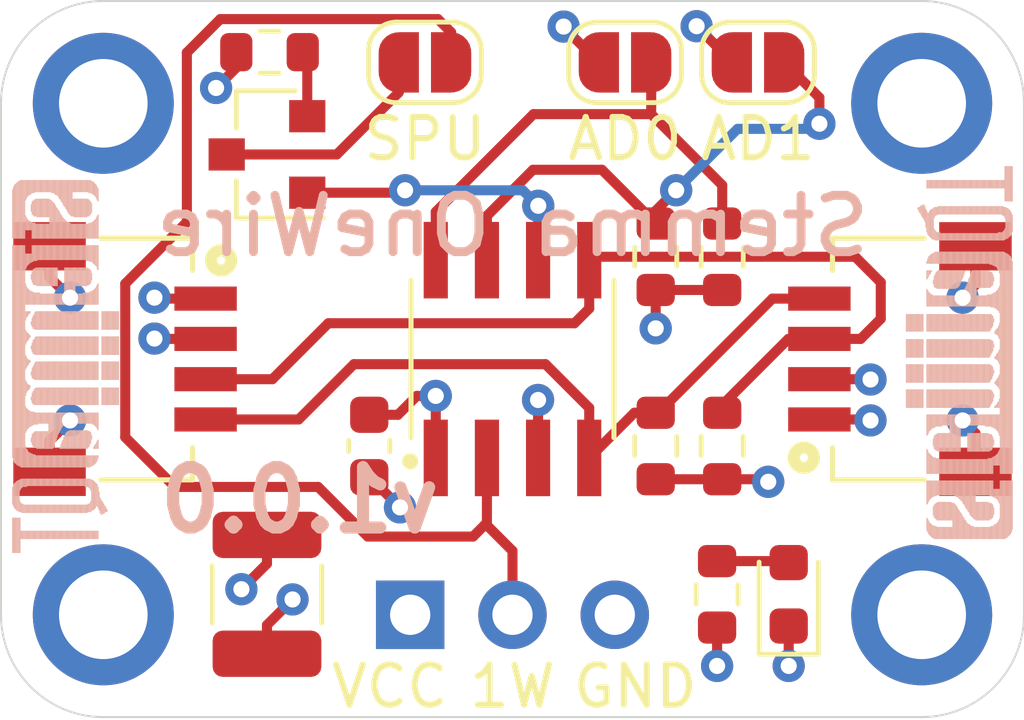
<source format=kicad_pcb>
(kicad_pcb (version 20171130) (host pcbnew 5.1.7-a382d34a8~88~ubuntu18.04.1)
  (layers (0 F.Cu signal) (1 In1.Cu signal hide) (2 In2.Cu signal hide) (31 B.Cu signal) (34 B.Paste user) (35 F.Paste user) (36 B.SilkS user) (37 F.SilkS user) (38 B.Mask user) (39 F.Mask user) (44 Edge.Cuts user))
  (net 0 "")
  (net 1 GND)
  (net 2 VCC)
  (net 3 "Net-(D1-Pad2)")
  (net 4 /SCL)
  (net 5 /SDA)
  (net 6 /1WIRE)
  (net 7 "Net-(JP1-Pad2)")
  (net 8 "Net-(JP2-Pad2)")
  (net 9 "Net-(JP3-Pad1)")
  (net 10 "Net-(Q1-Pad2)")
  (net 11 /PCTLZ)
  (module DS2482S-100:SOIC127P600X175-8N (layer F.Cu) (at 48.895 63.627 90)
    (fp_text reference U1)
    (fp_text value DS2482S-100+)
    (pad 8 smd rect (at 2.455 -1.905 90) (size 1.9 0.6) (layers F.Cu F.Paste F.Mask) (net 7 "Net-(JP1-Pad2)"))
    (pad 7 smd rect (at 2.455 -0.635 90) (size 1.9 0.6) (layers F.Cu F.Paste F.Mask) (net 8 "Net-(JP2-Pad2)"))
    (pad 6 smd rect (at 2.455 0.635 90) (size 1.9 0.6) (layers F.Cu F.Paste F.Mask) (net 11 /PCTLZ))
    (pad 5 smd rect (at 2.455 1.905 90) (size 1.9 0.6) (layers F.Cu F.Paste F.Mask) (net 5 /SDA))
    (pad 4 smd rect (at -2.455 1.905 90) (size 1.9 0.6) (layers F.Cu F.Paste F.Mask) (net 4 /SCL))
    (pad 3 smd rect (at -2.455 0.635 90) (size 1.9 0.6) (layers F.Cu F.Paste F.Mask) (net 1 GND))
    (pad 2 smd rect (at -2.455 -0.635 90) (size 1.9 0.6) (layers F.Cu F.Paste F.Mask) (net 6 /1WIRE))
    (pad 1 smd rect (at -2.455 -1.905 90) (size 1.9 0.6) (layers F.Cu F.Paste F.Mask) (net 2 VCC))
  )
  (module stemmaqt_shift:STEMMAQT (layer B.Cu) (at 58.674 68.0847 90)
    (fp_text reference U$30 hide)
    (fp_text value "" hide)
  )
  (module stemmaqt_shift:STEMMAQT (layer B.Cu) (at 39.116 59.1947 270)
    (fp_text reference U$31 hide)
    (fp_text value "" hide)
  )
  (module Connector_PinHeader_2.54mm:PinHeader_1x03_P2.54mm_Vertical (layer F.Cu) (at 46.355 69.977 90)
    (fp_text reference J3)
    (fp_text value Conn_01x03_Male)
    (pad 3 thru_hole oval (at 0 5.08 90) (size 1.7 1.7) (drill 1) (layers *.Cu *.Mask) (net 1 GND))
    (pad 2 thru_hole oval (at 0 2.54 90) (size 1.7 1.7) (drill 1) (layers *.Cu *.Mask) (net 6 /1WIRE))
    (pad 1 thru_hole rect (at 0 0 90) (size 1.7 1.7) (drill 1) (layers *.Cu *.Mask) (net 2 VCC))
  )
  (module "SM04B-SRSS-TB(LF)(SN):JST_SM04B-SRSS-TB(LF)(SN)" (layer F.Cu) (at 41.275 63.627 270)
    (fp_text reference J2)
    (fp_text value "SM04B-SRSS-TB(LF)(SN)")
    (pad 4 smd rect (at 1.5 0 270) (size 0.6 1.55) (layers F.Cu F.Paste F.Mask) (net 4 /SCL))
    (pad 3 smd rect (at 0.5 0 270) (size 0.6 1.55) (layers F.Cu F.Paste F.Mask) (net 5 /SDA))
    (pad 2 smd rect (at -0.5 0 270) (size 0.6 1.55) (layers F.Cu F.Paste F.Mask) (net 2 VCC))
    (pad 1 smd rect (at -1.5 0 270) (size 0.6 1.55) (layers F.Cu F.Paste F.Mask) (net 1 GND))
    (pad S1 smd rect (at -2.8 3.875 270) (size 1.2 1.8) (layers F.Cu F.Paste F.Mask) (net 1 GND))
    (pad S2 smd rect (at 2.8 3.875 270) (size 1.2 1.8) (layers F.Cu F.Paste F.Mask) (net 1 GND))
  )
  (module "SM04B-SRSS-TB(LF)(SN):JST_SM04B-SRSS-TB(LF)(SN)" (layer F.Cu) (at 56.515 63.627 90)
    (fp_text reference J1)
    (fp_text value "SM04B-SRSS-TB(LF)(SN)")
    (pad 4 smd rect (at 1.5 0 90) (size 0.6 1.55) (layers F.Cu F.Paste F.Mask) (net 4 /SCL))
    (pad 3 smd rect (at 0.5 0 90) (size 0.6 1.55) (layers F.Cu F.Paste F.Mask) (net 5 /SDA))
    (pad 2 smd rect (at -0.5 0 90) (size 0.6 1.55) (layers F.Cu F.Paste F.Mask) (net 2 VCC))
    (pad 1 smd rect (at -1.5 0 90) (size 0.6 1.55) (layers F.Cu F.Paste F.Mask) (net 1 GND))
    (pad S1 smd rect (at -2.8 3.875 90) (size 1.2 1.8) (layers F.Cu F.Paste F.Mask) (net 1 GND))
    (pad S2 smd rect (at 2.8 3.875 90) (size 1.2 1.8) (layers F.Cu F.Paste F.Mask) (net 1 GND))
  )
  (module MountingHole:MountingHole_2.2mm_M2_ISO7380_Pad (layer F.Cu) (at 38.735 57.277)
    (fp_text reference H4)
    (fp_text value MountingHole_Pad)
    (pad 1 thru_hole circle (at 0 0) (size 3.5 3.5) (drill 2.2) (layers *.Cu *.Mask) (net 1 GND))
  )
  (module MountingHole:MountingHole_2.2mm_M2_ISO7380_Pad (layer F.Cu) (at 59.055 69.977)
    (fp_text reference H3)
    (fp_text value MountingHole_Pad)
    (pad 1 thru_hole circle (at 0 0) (size 3.5 3.5) (drill 2.2) (layers *.Cu *.Mask) (net 1 GND))
  )
  (module MountingHole:MountingHole_2.2mm_M2_ISO7380_Pad (layer F.Cu) (at 38.735 69.977)
    (fp_text reference H2)
    (fp_text value MountingHole_Pad)
    (pad 1 thru_hole circle (at 0 0) (size 3.5 3.5) (drill 2.2) (layers *.Cu *.Mask) (net 1 GND))
  )
  (module MountingHole:MountingHole_2.2mm_M2_ISO7380_Pad (layer F.Cu) (at 59.055 57.277 90)
    (fp_text reference H1)
    (fp_text value MountingHole_Pad)
    (pad 1 thru_hole circle (at 0 0 90) (size 3.5 3.5) (drill 2.2) (layers *.Cu *.Mask) (net 1 GND))
  )
  (module Resistor_SMD:R_0603_1608Metric (layer F.Cu) (at 42.862 56.007)
    (fp_text reference R6)
    (fp_text value SPU)
    (pad 2 smd roundrect (at 0.825 0) (size 0.8 0.95) (layers F.Cu F.Paste F.Mask) (net 10 "Net-(Q1-Pad2)"))
    (pad 1 smd roundrect (at -0.825 0) (size 0.8 0.95) (layers F.Cu F.Paste F.Mask) (net 2 VCC))
  )
  (module Resistor_SMD:R_0603_1608Metric (layer F.Cu) (at 54.102 65.786 90)
    (fp_text reference R5)
    (fp_text value 10k)
    (pad 2 smd roundrect (at 0.825 0 90) (size 0.8 0.95) (layers F.Cu F.Paste F.Mask) (net 5 /SDA))
    (pad 1 smd roundrect (at -0.825 0 90) (size 0.8 0.95) (layers F.Cu F.Paste F.Mask) (net 2 VCC))
  )
  (module Resistor_SMD:R_0603_1608Metric (layer F.Cu) (at 52.451 65.786 90)
    (fp_text reference R4)
    (fp_text value 10k)
    (pad 2 smd roundrect (at 0.825 0 90) (size 0.8 0.95) (layers F.Cu F.Paste F.Mask) (net 4 /SCL))
    (pad 1 smd roundrect (at -0.825 0 90) (size 0.8 0.95) (layers F.Cu F.Paste F.Mask) (net 2 VCC))
  )
  (module Resistor_SMD:R_0603_1608Metric (layer F.Cu) (at 53.975 69.469 90)
    (fp_text reference R3)
    (fp_text value 10k)
    (pad 2 smd roundrect (at 0.825 0 90) (size 0.8 0.95) (layers F.Cu F.Paste F.Mask) (net 3 "Net-(D1-Pad2)"))
    (pad 1 smd roundrect (at -0.825 0 90) (size 0.8 0.95) (layers F.Cu F.Paste F.Mask) (net 2 VCC))
  )
  (module Resistor_SMD:R_0603_1608Metric (layer F.Cu) (at 52.451 61.087 270)
    (fp_text reference R2)
    (fp_text value 10k)
    (pad 2 smd roundrect (at 0.825 0 270) (size 0.8 0.95) (layers F.Cu F.Paste F.Mask) (net 1 GND))
    (pad 1 smd roundrect (at -0.825 0 270) (size 0.8 0.95) (layers F.Cu F.Paste F.Mask) (net 8 "Net-(JP2-Pad2)"))
  )
  (module Resistor_SMD:R_0603_1608Metric (layer F.Cu) (at 54.102 61.087 270)
    (fp_text reference R1)
    (fp_text value 10k)
    (pad 2 smd roundrect (at 0.825 0 270) (size 0.8 0.95) (layers F.Cu F.Paste F.Mask) (net 1 GND))
    (pad 1 smd roundrect (at -0.825 0 270) (size 0.8 0.95) (layers F.Cu F.Paste F.Mask) (net 7 "Net-(JP1-Pad2)"))
  )
  (module Package_TO_SOT_SMD:SOT-23 (layer F.Cu) (at 42.799 58.547 180)
    (fp_text reference Q1)
    (fp_text value Q_PMOS_GSD)
    (pad 3 smd rect (at 1 0 180) (size 0.9 0.8) (layers F.Cu F.Paste F.Mask) (net 9 "Net-(JP3-Pad1)"))
    (pad 2 smd rect (at -1 0.95 180) (size 0.9 0.8) (layers F.Cu F.Paste F.Mask) (net 10 "Net-(Q1-Pad2)"))
    (pad 1 smd rect (at -1 -0.95 180) (size 0.9 0.8) (layers F.Cu F.Paste F.Mask) (net 11 /PCTLZ))
  )
  (module Jumper:SolderJumper-2_P1.3mm_Open_RoundedPad1.0x1.5mm (layer F.Cu) (at 46.721 56.261)
    (fp_text reference JP3)
    (fp_text value SPU (at 0 1.9) (layer F.SilkS))
    (pad 2 smd custom (at 0.65 0) (size 1 0.5) (layers F.Cu F.Mask) (net 6 /1WIRE) (options (clearance outline) (anchor rect)) (primitives (gr_circle (center 0 0.25) (end 0.5 0.25) (width 0)) (gr_circle (center 0 -0.25) (end 0.5 -0.25) (width 0)) (gr_poly (pts (xy 0 -0.75) (xy -0.5 -0.75) (xy -0.5 0.75) (xy 0 0.75)) (width 0))))
    (pad 1 smd custom (at -0.65 0) (size 1 0.5) (layers F.Cu F.Mask) (net 9 "Net-(JP3-Pad1)") (options (clearance outline) (anchor rect)) (primitives (gr_circle (center 0 0.25) (end 0.5 0.25) (width 0)) (gr_circle (center 0 -0.25) (end 0.5 -0.25) (width 0)) (gr_poly (pts (xy 0 -0.75) (xy 0.5 -0.75) (xy 0.5 0.75) (xy 0 0.75)) (width 0))))
  )
  (module Jumper:SolderJumper-2_P1.3mm_Open_RoundedPad1.0x1.5mm (layer F.Cu) (at 54.991 56.261)
    (fp_text reference JP2)
    (fp_text value AD1 (at 0 1.9) (layer F.SilkS))
    (pad 2 smd custom (at 0.65 0) (size 1 0.5) (layers F.Cu F.Mask) (net 8 "Net-(JP2-Pad2)") (options (clearance outline) (anchor rect)) (primitives (gr_circle (center 0 0.25) (end 0.5 0.25) (width 0)) (gr_circle (center 0 -0.25) (end 0.5 -0.25) (width 0)) (gr_poly (pts (xy 0 -0.75) (xy -0.5 -0.75) (xy -0.5 0.75) (xy 0 0.75)) (width 0))))
    (pad 1 smd custom (at -0.65 0) (size 1 0.5) (layers F.Cu F.Mask) (net 2 VCC) (options (clearance outline) (anchor rect)) (primitives (gr_circle (center 0 0.25) (end 0.5 0.25) (width 0)) (gr_circle (center 0 -0.25) (end 0.5 -0.25) (width 0)) (gr_poly (pts (xy 0 -0.75) (xy 0.5 -0.75) (xy 0.5 0.75) (xy 0 0.75)) (width 0))))
  )
  (module Jumper:SolderJumper-2_P1.3mm_Open_RoundedPad1.0x1.5mm (layer F.Cu) (at 51.689 56.261)
    (fp_text reference JP1)
    (fp_text value AD0 (at 0 1.9) (layer F.SilkS))
    (pad 2 smd custom (at 0.65 0) (size 1 0.5) (layers F.Cu F.Mask) (net 7 "Net-(JP1-Pad2)") (options (clearance outline) (anchor rect)) (primitives (gr_circle (center 0 0.25) (end 0.5 0.25) (width 0)) (gr_circle (center 0 -0.25) (end 0.5 -0.25) (width 0)) (gr_poly (pts (xy 0 -0.75) (xy -0.5 -0.75) (xy -0.5 0.75) (xy 0 0.75)) (width 0))))
    (pad 1 smd custom (at -0.65 0) (size 1 0.5) (layers F.Cu F.Mask) (net 2 VCC) (options (clearance outline) (anchor rect)) (primitives (gr_circle (center 0 0.25) (end 0.5 0.25) (width 0)) (gr_circle (center 0 -0.25) (end 0.5 -0.25) (width 0)) (gr_poly (pts (xy 0 -0.75) (xy 0.5 -0.75) (xy 0.5 0.75) (xy 0 0.75)) (width 0))))
  )
  (module LED_SMD:LED_0603_1608Metric (layer F.Cu) (at 55.753 69.469 90)
    (fp_text reference D1)
    (fp_text value LED)
    (pad 2 smd roundrect (at 0.7875 0 90) (size 0.875 0.95) (layers F.Cu F.Paste F.Mask) (net 3 "Net-(D1-Pad2)"))
    (pad 1 smd roundrect (at -0.7875 0 90) (size 0.875 0.95) (layers F.Cu F.Paste F.Mask) (net 1 GND))
  )
  (module Capacitor_SMD:C_1210_3225Metric (layer F.Cu) (at 42.799 69.469 270)
    (fp_text reference C2)
    (fp_text value 10uF)
    (pad 2 smd roundrect (at 1.475 0 270) (size 1.15 2.7) (layers F.Cu F.Paste F.Mask) (roundrect_rratio 0.217391) (net 1 GND))
    (pad 1 smd roundrect (at -1.475 0 270) (size 1.15 2.7) (layers F.Cu F.Paste F.Mask) (roundrect_rratio 0.217391) (net 2 VCC))
  )
  (module Capacitor_SMD:C_0603_1608Metric (layer F.Cu) (at 45.339 65.786 270)
    (fp_text reference C1)
    (fp_text value 100nF)
    (pad 2 smd roundrect (at 0.775 0 270) (size 0.9 0.95) (layers F.Cu F.Paste F.Mask) (net 1 GND))
    (pad 1 smd roundrect (at -0.775 0 270) (size 0.9 0.95) (layers F.Cu F.Paste F.Mask) (net 2 VCC))
  )
  (gr_text v1.0.0 (at 43.6118 67.1322) (layer B.SilkS) (effects (font (size 1.5 1.5) (thickness 0.3)) (justify mirror)))
  (gr_text VCC (at 45.847 71.755) (layer F.SilkS) (effects (font (size 1 1))))
  (gr_text 1W (at 48.895 71.755) (layer F.SilkS) (effects (font (size 1 1))))
  (gr_text GND (at 51.943 71.755) (layer F.SilkS) (effects (font (size 1 1))))
  (gr_text "Stemma OneWire" (at 48.895 60.325) (layer B.SilkS) (effects (font (size 1.39954 1.39954) (thickness 0.22098)) (justify mirror)))
  (gr_arc (start 59.055 57.277) (end 61.595 57.277) (angle -90) (layer Edge.Cuts) (width 0.05))
  (gr_line (start 61.595 69.977) (end 61.595 57.277) (layer Edge.Cuts) (width 0.05))
  (gr_arc (start 38.735 69.977) (end 36.195 69.977) (angle -90) (layer Edge.Cuts) (width 0.05))
  (gr_line (start 36.195 57.277) (end 36.195 69.977) (layer Edge.Cuts) (width 0.05))
  (gr_line (start 59.055 54.737) (end 38.735 54.737) (layer Edge.Cuts) (width 0.05))
  (gr_arc (start 59.055 69.977) (end 59.055 72.517) (angle -90) (layer Edge.Cuts) (width 0.05))
  (gr_line (start 38.735 72.517) (end 59.055 72.517) (layer Edge.Cuts) (width 0.05))
  (gr_arc (start 38.735 57.277) (end 38.735 54.737) (angle -90) (layer Edge.Cuts) (width 0.05))
  (via (at 46.101 67.31) (size 0.8) (drill 0.4) (layers F.Cu B.Cu) (net 1))
  (segment (start 45.339 66.561) (end 45.352 66.561) (width 0.25) (layer F.Cu) (net 1))
  (segment (start 45.352 66.561) (end 46.101 67.31) (width 0.25) (layer F.Cu) (net 1))
  (via (at 57.785 65.151) (size 0.8) (drill 0.4) (layers F.Cu B.Cu) (net 1))
  (segment (start 56.515 65.127) (end 57.761 65.127) (width 0.25) (layer F.Cu) (net 1))
  (segment (start 57.761 65.127) (end 57.785 65.151) (width 0.25) (layer F.Cu) (net 1))
  (via (at 40.005 62.103) (size 0.8) (drill 0.4) (layers F.Cu B.Cu) (net 1))
  (segment (start 41.275 62.127) (end 40.029 62.127) (width 0.25) (layer F.Cu) (net 1))
  (segment (start 40.029 62.127) (end 40.005 62.103) (width 0.25) (layer F.Cu) (net 1))
  (segment (start 49.53 66.082) (end 49.53 64.85201) (width 0.25) (layer F.Cu) (net 1))
  (via (at 49.53 64.643) (size 0.8) (drill 0.4) (layers F.Cu B.Cu) (net 1))
  (via (at 37.9095 65.151) (size 0.8) (drill 0.4) (layers F.Cu B.Cu) (net 1))
  (segment (start 37.4 66.427) (end 37.4 65.6605) (width 0.25) (layer F.Cu) (net 1))
  (segment (start 37.4 65.6605) (end 37.9095 65.151) (width 0.25) (layer F.Cu) (net 1))
  (segment (start 37.4 60.827) (end 37.4 61.593498) (width 0.25) (layer F.Cu) (net 1))
  (via (at 37.909501 62.102999) (size 0.8) (drill 0.4) (layers F.Cu B.Cu) (net 1))
  (segment (start 37.4 61.593498) (end 37.909501 62.102999) (width 0.25) (layer F.Cu) (net 1))
  (segment (start 60.39 60.827) (end 60.39 61.784) (width 0.25) (layer F.Cu) (net 1))
  (via (at 60.071 62.103) (size 0.8) (drill 0.4) (layers F.Cu B.Cu) (net 1))
  (segment (start 60.39 61.784) (end 60.071 62.103) (width 0.25) (layer F.Cu) (net 1))
  (via (at 60.071 65.151) (size 0.8) (drill 0.4) (layers F.Cu B.Cu) (net 1))
  (segment (start 60.39 66.427) (end 60.39 65.47) (width 0.25) (layer F.Cu) (net 1))
  (segment (start 60.39 65.47) (end 60.071 65.151) (width 0.25) (layer F.Cu) (net 1))
  (segment (start 54.102 61.912) (end 52.451 61.912) (width 0.25) (layer F.Cu) (net 1))
  (segment (start 52.451 61.912) (end 52.451 62.865) (width 0.25) (layer F.Cu) (net 1))
  (via (at 52.451 62.865) (size 0.8) (drill 0.4) (layers F.Cu B.Cu) (net 1))
  (segment (start 42.799 70.944) (end 42.799 70.231) (width 0.25) (layer F.Cu) (net 1))
  (via (at 43.434 69.596) (size 0.8) (drill 0.4) (layers F.Cu B.Cu) (net 1))
  (segment (start 42.799 70.231) (end 43.434 69.596) (width 0.25) (layer F.Cu) (net 1))
  (via (at 55.753 71.247) (size 0.8) (drill 0.4) (layers F.Cu B.Cu) (net 1))
  (segment (start 55.753 70.2565) (end 55.753 71.247) (width 0.25) (layer F.Cu) (net 1))
  (segment (start 54.102 66.611) (end 52.451 66.611) (width 0.25) (layer F.Cu) (net 2))
  (segment (start 54.102 66.611) (end 55.181 66.611) (width 0.25) (layer F.Cu) (net 2))
  (via (at 55.245 66.675) (size 0.8) (drill 0.4) (layers F.Cu B.Cu) (net 2))
  (segment (start 55.181 66.611) (end 55.245 66.675) (width 0.25) (layer F.Cu) (net 2))
  (via (at 57.785 64.135) (size 0.8) (drill 0.4) (layers F.Cu B.Cu) (net 2))
  (segment (start 56.515 64.127) (end 57.777 64.127) (width 0.25) (layer F.Cu) (net 2))
  (segment (start 57.777 64.127) (end 57.785 64.135) (width 0.25) (layer F.Cu) (net 2))
  (via (at 40.005 63.119) (size 0.8) (drill 0.4) (layers F.Cu B.Cu) (net 2))
  (segment (start 41.275 63.127) (end 40.013 63.127) (width 0.25) (layer F.Cu) (net 2))
  (segment (start 40.013 63.127) (end 40.005 63.119) (width 0.25) (layer F.Cu) (net 2))
  (via (at 46.99 64.5425) (size 0.8) (drill 0.4) (layers F.Cu B.Cu) (net 2))
  (segment (start 46.99 66.082) (end 46.99 64.5425) (width 0.25) (layer F.Cu) (net 2))
  (segment (start 45.339 65.011) (end 46.0505 65.011) (width 0.25) (layer F.Cu) (net 2))
  (segment (start 46.519 64.5425) (end 46.99 64.5425) (width 0.25) (layer F.Cu) (net 2))
  (segment (start 46.0505 65.011) (end 46.519 64.5425) (width 0.25) (layer F.Cu) (net 2))
  (via (at 53.467 55.362) (size 0.8) (drill 0.4) (layers F.Cu B.Cu) (net 2))
  (segment (start 54.341 56.261) (end 54.341 56.236) (width 0.25) (layer F.Cu) (net 2))
  (segment (start 54.341 56.236) (end 53.467 55.362) (width 0.25) (layer F.Cu) (net 2))
  (via (at 50.165004 55.372) (size 0.8) (drill 0.4) (layers F.Cu B.Cu) (net 2))
  (segment (start 50.165004 55.387004) (end 50.165004 55.372) (width 0.25) (layer F.Cu) (net 2))
  (segment (start 51.039 56.261) (end 50.165004 55.387004) (width 0.25) (layer F.Cu) (net 2))
  (via (at 42.164004 69.342) (size 0.8) (drill 0.4) (layers F.Cu B.Cu) (net 2))
  (segment (start 42.799 68.707004) (end 42.164004 69.342) (width 0.25) (layer F.Cu) (net 2))
  (segment (start 42.799 67.994) (end 42.799 68.707004) (width 0.25) (layer F.Cu) (net 2))
  (via (at 41.535001 56.896) (size 0.8) (drill 0.4) (layers F.Cu B.Cu) (net 2))
  (segment (start 42.037 56.007) (end 42.037 56.394001) (width 0.25) (layer F.Cu) (net 2))
  (segment (start 42.037 56.394001) (end 41.535001 56.896) (width 0.25) (layer F.Cu) (net 2))
  (via (at 53.975 71.247) (size 0.8) (drill 0.4) (layers F.Cu B.Cu) (net 2))
  (segment (start 53.975 70.294) (end 53.975 71.247) (width 0.25) (layer F.Cu) (net 2))
  (segment (start 55.7155 68.644) (end 55.753 68.6815) (width 0.25) (layer F.Cu) (net 3))
  (segment (start 53.975 68.644) (end 55.7155 68.644) (width 0.25) (layer F.Cu) (net 3))
  (segment (start 51.921 64.961) (end 50.8 66.082) (width 0.25) (layer F.Cu) (net 4))
  (segment (start 52.451 64.961) (end 51.921 64.961) (width 0.25) (layer F.Cu) (net 4))
  (segment (start 55.348 62.127) (end 56.515 62.127) (width 0.25) (layer F.Cu) (net 4))
  (segment (start 52.451 64.961) (end 52.514 64.961) (width 0.25) (layer F.Cu) (net 4))
  (segment (start 52.514 64.961) (end 55.348 62.127) (width 0.25) (layer F.Cu) (net 4))
  (segment (start 49.714002 63.754) (end 44.958 63.754) (width 0.25) (layer F.Cu) (net 4))
  (segment (start 50.8 66.082) (end 50.8 64.839998) (width 0.25) (layer F.Cu) (net 4))
  (segment (start 43.585 65.127) (end 41.275 65.127) (width 0.25) (layer F.Cu) (net 4))
  (segment (start 44.958 63.754) (end 43.585 65.127) (width 0.25) (layer F.Cu) (net 4))
  (segment (start 50.8 64.839998) (end 49.714002 63.754) (width 0.25) (layer F.Cu) (net 4))
  (segment (start 50.8 62.372) (end 50.8 61.172) (width 0.25) (layer F.Cu) (net 5))
  (segment (start 50.434 62.738) (end 50.8 62.372) (width 0.25) (layer F.Cu) (net 5))
  (segment (start 44.322295 62.738) (end 50.434 62.738) (width 0.25) (layer F.Cu) (net 5))
  (segment (start 41.275 64.127) (end 42.933295 64.127) (width 0.25) (layer F.Cu) (net 5))
  (segment (start 42.933295 64.127) (end 44.322295 62.738) (width 0.25) (layer F.Cu) (net 5))
  (segment (start 55.745 63.127) (end 56.515 63.127) (width 0.25) (layer F.Cu) (net 5))
  (segment (start 54.102 64.961) (end 54.102 64.77) (width 0.25) (layer F.Cu) (net 5))
  (segment (start 54.102 64.77) (end 55.745 63.127) (width 0.25) (layer F.Cu) (net 5))
  (segment (start 57.54 63.127) (end 56.515 63.127) (width 0.25) (layer F.Cu) (net 5))
  (segment (start 58.039 62.628) (end 57.54 63.127) (width 0.25) (layer F.Cu) (net 5))
  (segment (start 50.8 61.172) (end 50.885 61.087) (width 0.25) (layer F.Cu) (net 5))
  (segment (start 58.039 61.722) (end 58.039 62.628) (width 0.25) (layer F.Cu) (net 5))
  (segment (start 57.404 61.087) (end 58.039 61.722) (width 0.25) (layer F.Cu) (net 5))
  (segment (start 50.885 61.087) (end 57.404 61.087) (width 0.25) (layer F.Cu) (net 5))
  (segment (start 48.895 69.977) (end 48.895 68.3895) (width 0.25) (layer F.Cu) (net 6))
  (segment (start 48.26 67.7545) (end 48.26 66.082) (width 0.25) (layer F.Cu) (net 6))
  (segment (start 48.895 68.3895) (end 48.26 67.7545) (width 0.25) (layer F.Cu) (net 6))
  (segment (start 47.915999 68.035001) (end 48.1965 67.7545) (width 0.25) (layer F.Cu) (net 6))
  (segment (start 40.513 66.802) (end 44.069 66.802) (width 0.25) (layer F.Cu) (net 6))
  (segment (start 45.302001 68.035001) (end 47.915999 68.035001) (width 0.25) (layer F.Cu) (net 6))
  (segment (start 39.279999 65.568999) (end 40.513 66.802) (width 0.25) (layer F.Cu) (net 6))
  (segment (start 48.1965 67.7545) (end 48.26 67.7545) (width 0.25) (layer F.Cu) (net 6))
  (segment (start 47.371 55.513408) (end 47.043582 55.18599) (width 0.25) (layer F.Cu) (net 6))
  (segment (start 39.279999 61.754999) (end 39.279999 65.568999) (width 0.25) (layer F.Cu) (net 6))
  (segment (start 47.371 56.261) (end 47.371 55.513408) (width 0.25) (layer F.Cu) (net 6))
  (segment (start 47.043582 55.18599) (end 41.640532 55.18599) (width 0.25) (layer F.Cu) (net 6))
  (segment (start 44.069 66.802) (end 45.302001 68.035001) (width 0.25) (layer F.Cu) (net 6))
  (segment (start 40.810001 60.224997) (end 39.279999 61.754999) (width 0.25) (layer F.Cu) (net 6))
  (segment (start 41.640532 55.18599) (end 40.810001 56.016521) (width 0.25) (layer F.Cu) (net 6))
  (segment (start 40.810001 56.016521) (end 40.810001 60.224997) (width 0.25) (layer F.Cu) (net 6))
  (segment (start 54.102 60.262) (end 54.102 59.309) (width 0.25) (layer F.Cu) (net 7))
  (segment (start 52.339 57.546) (end 52.339 56.261) (width 0.25) (layer F.Cu) (net 7))
  (segment (start 54.102 59.309) (end 52.339 57.546) (width 0.25) (layer F.Cu) (net 7))
  (segment (start 46.99 59.972) (end 49.416 57.546) (width 0.25) (layer F.Cu) (net 7))
  (segment (start 46.99 61.172) (end 46.99 59.972) (width 0.25) (layer F.Cu) (net 7))
  (segment (start 49.416 57.546) (end 52.339 57.546) (width 0.25) (layer F.Cu) (net 7))
  (via (at 52.959 59.436) (size 0.8) (drill 0.4) (layers F.Cu B.Cu) (net 8))
  (segment (start 52.451 60.262) (end 52.451 59.944) (width 0.25) (layer F.Cu) (net 8))
  (segment (start 52.451 59.944) (end 52.959 59.436) (width 0.25) (layer F.Cu) (net 8))
  (segment (start 52.959 59.436) (end 54.483 57.912) (width 0.25) (layer B.Cu) (net 8))
  (via (at 56.515 57.785) (size 0.8) (drill 0.4) (layers F.Cu B.Cu) (net 8))
  (segment (start 54.483 57.912) (end 56.388 57.912) (width 0.25) (layer B.Cu) (net 8))
  (segment (start 56.388 57.912) (end 56.515 57.785) (width 0.25) (layer B.Cu) (net 8))
  (segment (start 56.515 57.135) (end 55.641 56.261) (width 0.25) (layer F.Cu) (net 8))
  (segment (start 56.515 57.785) (end 56.515 57.135) (width 0.25) (layer F.Cu) (net 8))
  (segment (start 48.26 60.071) (end 48.26 61.172) (width 0.25) (layer F.Cu) (net 8))
  (segment (start 49.403 58.928) (end 48.26 60.071) (width 0.25) (layer F.Cu) (net 8))
  (segment (start 52.451 60.262) (end 51.117 58.928) (width 0.25) (layer F.Cu) (net 8))
  (segment (start 51.117 58.928) (end 49.403 58.928) (width 0.25) (layer F.Cu) (net 8))
  (segment (start 46.071 57.008592) (end 46.071 56.261) (width 0.25) (layer F.Cu) (net 9))
  (segment (start 44.532592 58.547) (end 46.071 57.008592) (width 0.25) (layer F.Cu) (net 9))
  (segment (start 41.799 58.547) (end 44.532592 58.547) (width 0.25) (layer F.Cu) (net 9))
  (segment (start 43.799 56.119) (end 43.687 56.007) (width 0.25) (layer F.Cu) (net 10))
  (segment (start 43.799 57.597) (end 43.799 56.119) (width 0.25) (layer F.Cu) (net 10))
  (via (at 49.534653 59.821653) (size 0.8) (drill 0.4) (layers F.Cu B.Cu) (net 11))
  (segment (start 49.534653 61.167347) (end 49.53 61.172) (width 0.25) (layer F.Cu) (net 11))
  (segment (start 49.534653 59.821653) (end 49.534653 61.167347) (width 0.25) (layer F.Cu) (net 11))
  (segment (start 46.167 59.497) (end 46.228 59.436) (width 0.25) (layer F.Cu) (net 11))
  (via (at 46.228 59.436) (size 0.8) (drill 0.4) (layers F.Cu B.Cu) (net 11))
  (segment (start 43.799 59.497) (end 46.167 59.497) (width 0.25) (layer F.Cu) (net 11))
  (segment (start 49.149 59.436) (end 46.228 59.436) (width 0.25) (layer B.Cu) (net 11))
  (segment (start 49.534653 59.821653) (end 49.149 59.436) (width 0.25) (layer B.Cu) (net 11))
)
</source>
